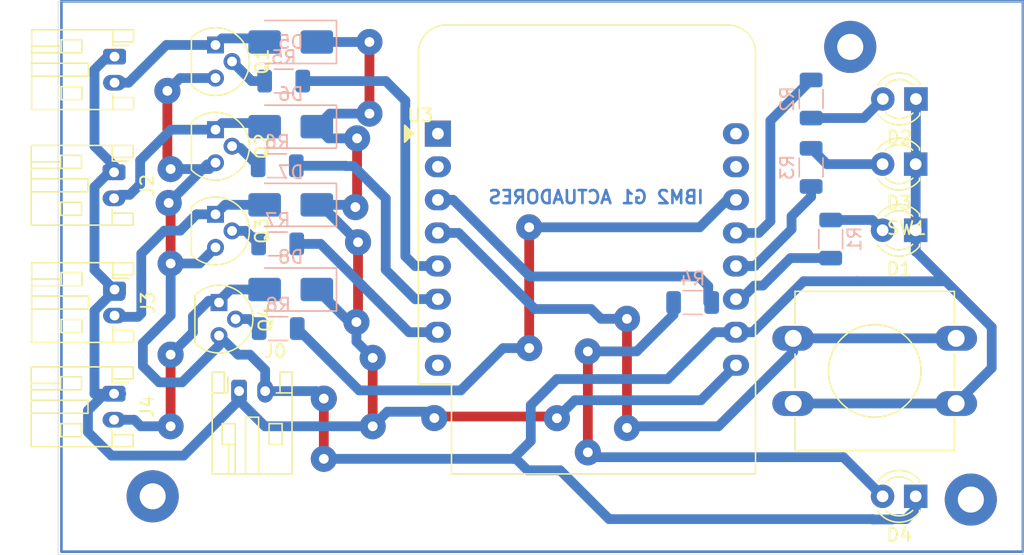
<source format=kicad_pcb>
(kicad_pcb (version 20241229) (generator "pcbnew") (generator_version "9.0")
  (title_block (title "Guante_Parkinson") (date "2025-08-28") (comment 1 "Fermani, Jazmin Azul") (comment 2 "Grosso, Olivia") (comment 3 "Sessarego Aurich, Alexa"))
  (layers (0 "F.Cu" signal) (2 "B.Cu" signal) (13 "F.Paste" user) (15 "B.Paste" user) (5 "F.SilkS" user "F.Silkscreen") (7 "B.SilkS" user "B.Silkscreen") (1 "F.Mask" user) (3 "B.Mask" user) (25 "Edge.Cuts" user))
  (net 0 "")
  (net 1 "/GND")
  (net 2 "Net-(D5-A)")
  (net 3 "/D0")
  (net 4 "/D1")
  (net 5 "/D2")
  (net 6 "/D6")
  (net 7 "/D7")
  (net 8 "Net-(D6-A)")
  (net 13 "/D4")
  (net 14 "/D8")
  (net 15 "Net-(Q1-B)")
  (net 16 "Net-(Q2-B)")
  (net 17 "Net-(Q3-B)")
  (net 18 "Net-(Q4-B)")
  (net 19 "/D5")
  (net 20 "/D3")
  (net 21 "Net-(D7-A)")
  (net 22 "Net-(D8-A)")
  (net 23 "Net-(D1-A)")
  (net 24 "Net-(D2-A)")
  (net 25 "Net-(D3-A)")
  (net 26 "Net-(D4-A)")
  (net 27 "/5V")
  (footprint "Package_TO_SOT_THT:TO-92" (layer "F.Cu") (at 127.0685 36.354 -90)
    (property "Reference" "Q3" (at 1.27 -3.56 270) (layer "F.SilkS"))
    (property "Value" "BC547")
    (pad "1" thru_hole rect (at 0 0 270) (size 1.3 1.3) (drill 0.75) (layers "*.Cu" "*.Mask") (net 21 "Net-(D7-A)"))
    (pad "2" thru_hole circle (at 1.27 -1.27 270) (size 1.3 1.3) (drill 0.75) (layers "*.Cu" "*.Mask") (net 17 "Net-(Q3-B)"))
    (pad "3" thru_hole circle (at 2.54 0 270) (size 1.3 1.3) (drill 0.75) (layers "*.Cu" "*.Mask") (net 1 "/GND"))
  )
  (footprint "Connector_JST:JST_PH_S2B-PH-K_1x02_P2.00mm_Horizontal" (layer "F.Cu") (at 128.876 49.924)
    (property "Reference" "J0" (at 2.764 -3.05 0) (layer "F.SilkS"))
    (property "Value" "5V")
    (pad "1" thru_hole roundrect (at 0 0) (size 1.2 1.75) (drill 0.75) (layers "*.Cu" "*.Mask") (roundrect_rratio 0.208333) (net 27 "/5V"))
    (pad "2" thru_hole oval (at 2 0) (size 1.2 1.75) (drill 0.75) (layers "*.Cu" "*.Mask") (net 1 "/GND"))
  )
  (footprint "Connector_JST:JST_PH_S2B-PH-K_1x02_P2.00mm_Horizontal" (layer "F.Cu") (at 119.2885 33.124 -90)
    (property "Reference" "J2" (at 1 -2.55 90) (layer "F.SilkS"))
    (property "Value" "Conn_01x02")
    (pad "1" thru_hole roundrect (at 0 0 270) (size 1.2 1.75) (drill 0.75) (layers "*.Cu" "*.Mask") (roundrect_rratio 0.208333) (net 27 "/5V"))
    (pad "2" thru_hole oval (at 2 0 270) (size 1.2 1.75) (drill 0.75) (layers "*.Cu" "*.Mask") (net 8 "Net-(D6-A)"))
  )
  (footprint "Button_Switch_THT:SW_PUSH-12mm" (layer "F.Cu") (at 171.376 45.874)
    (property "Reference" "SW1" (at 8.704 -8.459 0) (layer "F.SilkS"))
    (property "Value" "SW_Push")
    (pad "1" thru_hole oval (at 0 0) (size 3.2 1.9) (drill 1.3) (layers "*.Cu" "*.Mask") (net 19 "/D5"))
    (pad "1" thru_hole oval (at 12.5 0) (size 3.2 1.9) (drill 1.3) (layers "*.Cu" "*.Mask") (net 19 "/D5"))
    (pad "2" thru_hole oval (at 0 5) (size 3.2 1.9) (drill 1.3) (layers "*.Cu" "*.Mask") (net 1 "/GND"))
    (pad "2" thru_hole oval (at 12.5 5) (size 3.2 1.9) (drill 1.3) (layers "*.Cu" "*.Mask") (net 1 "/GND"))
  )
  (footprint "LED_THT:LED_D3.0mm" (layer "F.Cu") (at 180.77 58 180)
    (property "Reference" "D4" (at 1.27 -2.96 0) (layer "F.SilkS"))
    (property "Value" "LED_STATUS")
    (pad "1" thru_hole rect (at 0 0 180) (size 1.8 1.8) (drill 0.9) (layers "*.Cu" "*.Mask") (net 1 "/GND"))
    (pad "2" thru_hole circle (at 2.54 0 180) (size 1.8 1.8) (drill 0.9) (layers "*.Cu" "*.Mask") (net 26 "Net-(D4-A)"))
  )
  (footprint "LED_THT:LED_D3.0mm" (layer "F.Cu") (at 180.79 27.5 180)
    (property "Reference" "D2" (at 1.27 -2.96 0) (layer "F.SilkS"))
    (property "Value" "LED")
    (pad "1" thru_hole rect (at 0 0 180) (size 1.8 1.8) (drill 0.9) (layers "*.Cu" "*.Mask") (net 1 "/GND"))
    (pad "2" thru_hole circle (at 2.54 0 180) (size 1.8 1.8) (drill 0.9) (layers "*.Cu" "*.Mask") (net 24 "Net-(D2-A)"))
  )
  (footprint "Connector_JST:JST_PH_S2B-PH-K_1x02_P2.00mm_Horizontal" (layer "F.Cu") (at 119.326 42.124 -90)
    (property "Reference" "J3" (at 1 -2.55 90) (layer "F.SilkS"))
    (property "Value" "Conn_01x02")
    (pad "1" thru_hole roundrect (at 0 0 270) (size 1.2 1.75) (drill 0.75) (layers "*.Cu" "*.Mask") (roundrect_rratio 0.208333) (net 27 "/5V"))
    (pad "2" thru_hole oval (at 2 0 270) (size 1.2 1.75) (drill 0.75) (layers "*.Cu" "*.Mask") (net 21 "Net-(D7-A)"))
  )
  (footprint "LED_THT:LED_D3.0mm" (layer "F.Cu") (at 180.77 37.575 180)
    (property "Reference" "D1" (at 1.27 -2.96 0) (layer "F.SilkS"))
    (property "Value" "LED")
    (pad "1" thru_hole rect (at 0 0 180) (size 1.8 1.8) (drill 0.9) (layers "*.Cu" "*.Mask") (net 1 "/GND"))
    (pad "2" thru_hole circle (at 2.54 0 180) (size 1.8 1.8) (drill 0.9) (layers "*.Cu" "*.Mask") (net 23 "Net-(D1-A)"))
  )
  (footprint "Connector_JST:JST_PH_S2B-PH-K_1x02_P2.00mm_Horizontal" (layer "F.Cu") (at 119.326 24.25 -90)
    (property "Reference" "J1" (hide yes))
    (property "Value" "Conn_01x02")
    (pad "1" thru_hole roundrect (at 0 0 270) (size 1.2 1.75) (drill 0.75) (layers "*.Cu" "*.Mask") (roundrect_rratio 0.208333) (net 27 "/5V"))
    (pad "2" thru_hole oval (at 2 0 270) (size 1.2 1.75) (drill 0.75) (layers "*.Cu" "*.Mask") (net 2 "Net-(D5-A)"))
  )
  (footprint "Package_TO_SOT_THT:TO-92" (layer "F.Cu") (at 127.0685 29.854 -90)
    (property "Reference" "Q2" (at 1.27 -3.56 270) (layer "F.SilkS"))
    (property "Value" "BC547")
    (pad "1" thru_hole rect (at 0 0 270) (size 1.3 1.3) (drill 0.75) (layers "*.Cu" "*.Mask") (net 8 "Net-(D6-A)"))
    (pad "2" thru_hole circle (at 1.27 -1.27 270) (size 1.3 1.3) (drill 0.75) (layers "*.Cu" "*.Mask") (net 16 "Net-(Q2-B)"))
    (pad "3" thru_hole circle (at 2.54 0 270) (size 1.3 1.3) (drill 0.75) (layers "*.Cu" "*.Mask") (net 1 "/GND"))
  )
  (footprint "RF_Module:WEMOS_D1_mini_light" (layer "F.Cu") (at 144.126 30.1615)
    (property "Reference" "U3" (at -1.35 -1.4 0) (layer "F.SilkS"))
    (property "Value" "WEMOS_D1_mini")
    (pad "1" thru_hole rect (at 0 0) (size 2 2) (drill 0.9) (layers "*.Cu" "*.Mask"))
    (pad "2" thru_hole oval (at 0 2.54) (size 2 1.6) (drill 0.9) (layers "*.Cu" "*.Mask"))
    (pad "3" thru_hole oval (at 0 5.08) (size 2 1.6) (drill 0.9) (layers "*.Cu" "*.Mask") (net 3 "/D0"))
    (pad "4" thru_hole oval (at 0 7.62) (size 2 1.6) (drill 0.9) (layers "*.Cu" "*.Mask") (net 19 "/D5"))
    (pad "5" thru_hole oval (at 0 10.16) (size 2 1.6) (drill 0.9) (layers "*.Cu" "*.Mask") (net 6 "/D6"))
    (pad "6" thru_hole oval (at 0 12.7) (size 2 1.6) (drill 0.9) (layers "*.Cu" "*.Mask") (net 7 "/D7"))
    (pad "7" thru_hole oval (at 0 15.24) (size 2 1.6) (drill 0.9) (layers "*.Cu" "*.Mask") (net 14 "/D8"))
    (pad "8" thru_hole oval (at 0 17.78) (size 2 1.6) (drill 0.9) (layers "*.Cu" "*.Mask"))
    (pad "9" thru_hole oval (at 22.86 17.78) (size 2 1.6) (drill 0.9) (layers "*.Cu" "*.Mask") (net 27 "/5V"))
    (pad "10" thru_hole oval (at 22.86 15.24) (size 2 1.6) (drill 0.9) (layers "*.Cu" "*.Mask") (net 1 "/GND"))
    (pad "11" thru_hole oval (at 22.86 12.7) (size 2 1.6) (drill 0.9) (layers "*.Cu" "*.Mask") (net 13 "/D4"))
    (pad "12" thru_hole oval (at 22.86 10.16) (size 2 1.6) (drill 0.9) (layers "*.Cu" "*.Mask") (net 20 "/D3"))
    (pad "13" thru_hole oval (at 22.86 7.62) (size 2 1.6) (drill 0.9) (layers "*.Cu" "*.Mask") (net 5 "/D2"))
    (pad "14" thru_hole oval (at 22.86 5.08) (size 2 1.6) (drill 0.9) (layers "*.Cu" "*.Mask") (net 4 "/D1"))
    (pad "15" thru_hole oval (at 22.86 2.54) (size 2 1.6) (drill 0.9) (layers "*.Cu" "*.Mask"))
    (pad "16" thru_hole oval (at 22.86 0) (size 2 1.6) (drill 0.9) (layers "*.Cu" "*.Mask"))
  )
  (footprint "LED_THT:LED_D3.0mm" (layer "F.Cu") (at 180.77 32.5 180)
    (property "Reference" "D3" (at 1.27 -2.96 0) (layer "F.SilkS"))
    (property "Value" "LED")
    (pad "1" thru_hole rect (at 0 0 180) (size 1.8 1.8) (drill 0.9) (layers "*.Cu" "*.Mask") (net 1 "/GND"))
    (pad "2" thru_hole circle (at 2.54 0 180) (size 1.8 1.8) (drill 0.9) (layers "*.Cu" "*.Mask") (net 25 "Net-(D3-A)"))
  )
  (footprint "Package_TO_SOT_THT:TO-92" (layer "F.Cu") (at 127.3385 43.124 -90)
    (property "Reference" "Q4" (at 1.27 -3.56 270) (layer "F.SilkS"))
    (property "Value" "BC547")
    (pad "1" thru_hole rect (at 0 0 270) (size 1.3 1.3) (drill 0.75) (layers "*.Cu" "*.Mask") (net 22 "Net-(D8-A)"))
    (pad "2" thru_hole circle (at 1.27 -1.27 270) (size 1.3 1.3) (drill 0.75) (layers "*.Cu" "*.Mask") (net 18 "Net-(Q4-B)"))
    (pad "3" thru_hole circle (at 2.54 0 270) (size 1.3 1.3) (drill 0.75) (layers "*.Cu" "*.Mask") (net 1 "/GND"))
  )
  (footprint "Package_TO_SOT_THT:TO-92" (layer "F.Cu") (at 127.0685 23.354 -90)
    (property "Reference" "Q1" (at 1.27 -3.56 270) (layer "F.SilkS"))
    (property "Value" "BC547")
    (pad "1" thru_hole rect (at 0 0 270) (size 1.3 1.3) (drill 0.75) (layers "*.Cu" "*.Mask") (net 2 "Net-(D5-A)"))
    (pad "2" thru_hole circle (at 1.27 -1.27 270) (size 1.3 1.3) (drill 0.75) (layers "*.Cu" "*.Mask") (net 15 "Net-(Q1-B)"))
    (pad "3" thru_hole circle (at 2.54 0 270) (size 1.3 1.3) (drill 0.75) (layers "*.Cu" "*.Mask") (net 1 "/GND"))
  )
  (footprint "Connector_JST:JST_PH_S2B-PH-K_1x02_P2.00mm_Horizontal" (layer "F.Cu") (at 119.2885 50.124 -90)
    (property "Reference" "J4" (at 1 -2.55 90) (layer "F.SilkS"))
    (property "Value" "Conn_01x02")
    (pad "1" thru_hole roundrect (at 0 0 270) (size 1.2 1.75) (drill 0.75) (layers "*.Cu" "*.Mask") (roundrect_rratio 0.208333) (net 27 "/5V"))
    (pad "2" thru_hole oval (at 2 0 270) (size 1.2 1.75) (drill 0.75) (layers "*.Cu" "*.Mask") (net 22 "Net-(D8-A)"))
  )
  (footprint "Resistor_SMD:R_1206_3216Metric" (layer "B.Cu") (at 174.25 38.25 90)
    (property "Reference" "R1" (at 0 1.83 90) (layer "B.SilkS") (effects (justify mirror)))
    (property "Value" "R")
    (pad "1" smd roundrect (at -1.4625 0 90) (size 1.125 1.75) (layers "B.Cu" "B.Mask" "B.Paste") (roundrect_rratio 0.222222) (net 13 "/D4"))
    (pad "2" smd roundrect (at 1.4625 0 90) (size 1.125 1.75) (layers "B.Cu" "B.Mask" "B.Paste") (roundrect_rratio 0.222222) (net 23 "Net-(D1-A)"))
  )
  (footprint "Resistor_SMD:R_1206_3216Metric" (layer "B.Cu") (at 131.876 45.124 180)
    (property "Reference" "R8" (at 0 1.83 0) (layer "B.SilkS") (effects (justify mirror)))
    (property "Value" "R")
    (pad "1" smd roundrect (at -1.4625 0 180) (size 1.125 1.75) (layers "B.Cu" "B.Mask" "B.Paste") (roundrect_rratio 0.222222) (net 4 "/D1"))
    (pad "2" smd roundrect (at 1.4625 0 180) (size 1.125 1.75) (layers "B.Cu" "B.Mask" "B.Paste") (roundrect_rratio 0.222222) (net 18 "Net-(Q4-B)"))
  )
  (footprint "Resistor_SMD:R_1206_3216Metric" (layer "B.Cu") (at 131.801 32.624 180)
    (property "Reference" "R6" (at 0 1.83 0) (layer "B.SilkS") (effects (justify mirror)))
    (property "Value" "R")
    (pad "1" smd roundrect (at -1.4625 0 180) (size 1.125 1.75) (layers "B.Cu" "B.Mask" "B.Paste") (roundrect_rratio 0.222222) (net 7 "/D7"))
    (pad "2" smd roundrect (at 1.4625 0 180) (size 1.125 1.75) (layers "B.Cu" "B.Mask" "B.Paste") (roundrect_rratio 0.222222) (net 16 "Net-(Q2-B)"))
  )
  (footprint "Resistor_SMD:R_1206_3216Metric" (layer "B.Cu") (at 132.301 26.124 180)
    (property "Reference" "R5" (at 0 1.83 0) (layer "B.SilkS") (effects (justify mirror)))
    (property "Value" "R")
    (pad "1" smd roundrect (at -1.4625 0 180) (size 1.125 1.75) (layers "B.Cu" "B.Mask" "B.Paste") (roundrect_rratio 0.222222) (net 6 "/D6"))
    (pad "2" smd roundrect (at 1.4625 0 180) (size 1.125 1.75) (layers "B.Cu" "B.Mask" "B.Paste") (roundrect_rratio 0.222222) (net 15 "Net-(Q1-B)"))
  )
  (footprint "Resistor_SMD:R_1206_3216Metric" (layer "B.Cu") (at 172.75 27.5 -90)
    (property "Reference" "R2" (at 0 1.83 90) (layer "B.SilkS") (effects (justify mirror)))
    (property "Value" "R")
    (pad "1" smd roundrect (at -1.4625 0 270) (size 1.125 1.75) (layers "B.Cu" "B.Mask" "B.Paste") (roundrect_rratio 0.222222) (net 5 "/D2"))
    (pad "2" smd roundrect (at 1.4625 0 270) (size 1.125 1.75) (layers "B.Cu" "B.Mask" "B.Paste") (roundrect_rratio 0.222222) (net 24 "Net-(D2-A)"))
  )
  (footprint "Diode_SMD:D_SMA" (layer "B.Cu") (at 132.8385 29.624 180)
    (property "Reference" "D6" (at 0 2.5 0) (layer "B.SilkS") (effects (justify mirror)))
    (property "Value" "D")
    (pad "1" smd roundrect (at -2 0 180) (size 2.5 1.8) (layers "B.Cu" "B.Mask" "B.Paste") (roundrect_rratio 0.1388888889) (net 27 "/5V"))
    (pad "2" smd roundrect (at 2 0 180) (size 2.5 1.8) (layers "B.Cu" "B.Mask" "B.Paste") (roundrect_rratio 0.1388888889) (net 8 "Net-(D6-A)"))
  )
  (footprint "Diode_SMD:D_SMA" (layer "B.Cu") (at 132.8385 23.124 180)
    (property "Reference" "D5" (at 0 0 0) (layer "B.SilkS") (effects (justify mirror)))
    (property "Value" "D")
    (pad "1" smd roundrect (at -2 0 180) (size 2.5 1.8) (layers "B.Cu" "B.Mask" "B.Paste") (roundrect_rratio 0.1388888889) (net 27 "/5V"))
    (pad "2" smd roundrect (at 2 0 180) (size 2.5 1.8) (layers "B.Cu" "B.Mask" "B.Paste") (roundrect_rratio 0.1388888889) (net 2 "Net-(D5-A)"))
  )
  (footprint "Resistor_SMD:R_1206_3216Metric" (layer "B.Cu") (at 131.8385 38.624 180)
    (property "Reference" "R7" (at 0 1.83 0) (layer "B.SilkS") (effects (justify mirror)))
    (property "Value" "R")
    (pad "1" smd roundrect (at -1.4625 0 180) (size 1.125 1.75) (layers "B.Cu" "B.Mask" "B.Paste") (roundrect_rratio 0.222222) (net 14 "/D8"))
    (pad "2" smd roundrect (at 1.4625 0 180) (size 1.125 1.75) (layers "B.Cu" "B.Mask" "B.Paste") (roundrect_rratio 0.222222) (net 17 "Net-(Q3-B)"))
  )
  (footprint "Resistor_SMD:R_1206_3216Metric" (layer "B.Cu") (at 163.6635 43.124 180)
    (property "Reference" "R4" (at 0 1.83 0) (layer "B.SilkS") (effects (justify mirror)))
    (property "Value" "R")
    (pad "1" smd roundrect (at -1.4625 0 180) (size 1.125 1.75) (layers "B.Cu" "B.Mask" "B.Paste") (roundrect_rratio 0.222222) (net 3 "/D0"))
    (pad "2" smd roundrect (at 1.4625 0 180) (size 1.125 1.75) (layers "B.Cu" "B.Mask" "B.Paste") (roundrect_rratio 0.222222) (net 26 "Net-(D4-A)"))
  )
  (footprint "Diode_SMD:D_SMA" (layer "B.Cu") (at 132.8385 42.124 180)
    (property "Reference" "D8" (at 0 2.5 0) (layer "B.SilkS") (effects (justify mirror)))
    (property "Value" "D")
    (pad "1" smd roundrect (at -2 0 180) (size 2.5 1.8) (layers "B.Cu" "B.Mask" "B.Paste") (roundrect_rratio 0.1388888889) (net 27 "/5V"))
    (pad "2" smd roundrect (at 2 0 180) (size 2.5 1.8) (layers "B.Cu" "B.Mask" "B.Paste") (roundrect_rratio 0.1388888889) (net 22 "Net-(D8-A)"))
  )
  (footprint "Diode_SMD:D_SMA" (layer "B.Cu") (at 132.8385 35.624 180)
    (property "Reference" "D7" (at 0 2.5 0) (layer "B.SilkS") (effects (justify mirror)))
    (property "Value" "D")
    (pad "1" smd roundrect (at -2 0 180) (size 2.5 1.8) (layers "B.Cu" "B.Mask" "B.Paste") (roundrect_rratio 0.1388888889) (net 27 "/5V"))
    (pad "2" smd roundrect (at 2 0 180) (size 2.5 1.8) (layers "B.Cu" "B.Mask" "B.Paste") (roundrect_rratio 0.1388888889) (net 21 "Net-(D7-A)"))
  )
  (footprint "Resistor_SMD:R_1206_3216Metric" (layer "B.Cu") (at 172.75 32.75 -90)
    (property "Reference" "R3" (at 0 1.83 90) (layer "B.SilkS") (effects (justify mirror)))
    (property "Value" "R")
    (pad "1" smd roundrect (at -1.4625 0 270) (size 1.125 1.75) (layers "B.Cu" "B.Mask" "B.Paste") (roundrect_rratio 0.222222) (net 25 "Net-(D3-A)"))
    (pad "2" smd roundrect (at 1.4625 0 270) (size 1.125 1.75) (layers "B.Cu" "B.Mask" "B.Paste") (roundrect_rratio 0.222222) (net 20 "/D3"))
  )
  (gr_rect (start 115.25 20) (end 189 62.25) (stroke (width 0.2)) (fill no) (layer "B.Cu"))
  (gr_rect (start 115 20) (end 189 62.5) (stroke (width 0.05)) (fill no) (layer "Edge.Cuts"))
  (gr_text "IBM2 G1 ACTUADORES" (at 164.626 35.624 0) (layer "B.Cu") (effects (font (size 1 1) (thickness 0.2) (bold yes)) (justify left bottom mirror)))
  (via (at 175.75 23.5) (size 4) (drill 2) (layers "F.Cu" "B.Cu") (net 0))
  (via (at 185 58.25) (size 4) (drill 2) (layers "F.Cu" "B.Cu") (net 0))
  (via (at 122.25 58) (size 4) (drill 2) (layers "F.Cu" "B.Cu") (net 0))
  (segment (start 123.628602 39.965704) (end 123.626 39.963102) (width 0.75) (layer "F.Cu") (net 1))
  (segment (start 135.376 50.499) (end 135.376 55.124) (width 0.75) (layer "F.Cu") (net 1))
  (segment (start 123.626 39.963102) (end 123.626 35.624) (width 0.75) (layer "F.Cu") (net 1))
  (segment (start 123.376 26.874) (end 123.376 32.624) (width 0.75) (layer "F.Cu") (net 1))
  (segment (start 123.626 35.624) (end 123.479648 35.477648) (width 0.75) (layer "F.Cu") (net 1))
  (segment (start 123.628602 40.126602) (end 123.628602 39.965704) (width 0.75) (layer "F.Cu") (net 1))
  (segment (start 123.376 32.624) (end 123.628602 32.876602) (width 0.75) (layer "F.Cu") (net 1))
  (via (at 135.376 55.124) (size 2) (drill 0.75) (layers "F.Cu" "B.Cu") (net 1))
  (via (at 123.628602 40.126602) (size 2) (drill 0.75) (layers "F.Cu" "B.Cu") (net 1))
  (via (at 123.479648 35.477648) (size 2) (drill 0.75) (layers "F.Cu" "B.Cu") (net 1))
  (via (at 123.628602 32.876602) (size 2) (drill 0.75) (layers "F.Cu" "B.Cu") (net 1))
  (via (at 135.376 50.499) (size 2) (drill 0.75) (layers "F.Cu" "B.Cu") (net 1))
  (via (at 123.376 26.874) (size 2) (drill 0.75) (layers "F.Cu" "B.Cu") (net 1))
  (segment (start 127.4695 45.795) (end 127.3385 45.795) (width 0.75) (layer "B.Cu") (net 1))
  (segment (start 180.77 39.225) (end 180.77 37.575) (width 0.75) (layer "B.Cu") (net 1))
  (segment (start 180.77 37.575) (end 180.77 32.5) (width 0.75) (layer "B.Cu") (net 1))
  (segment (start 153.25 49) (end 161.75 49) (width 0.75) (layer "B.Cu") (net 1))
  (segment (start 151 56) (end 150.124 55.124) (width 0.75) (layer "B.Cu") (net 1))
  (segment (start 123.628602 32.876602) (end 126.585898 32.876602) (width 0.75) (layer "B.Cu") (net 1))
  (segment (start 180.812907 39.225) (end 183.079407 41.4915) (width 0.75) (layer "B.Cu") (net 1))
  (segment (start 125.835898 40.126602) (end 127.0685 38.894) (width 0.75) (layer "B.Cu") (net 1))
  (segment (start 127.0685 25.894) (end 124.356 25.894) (width 0.75) (layer "B.Cu") (net 1))
  (segment (start 166.986 45.4015) (end 168.262593 45.4015) (width 0.75) (layer "B.Cu") (net 1))
  (segment (start 123.479648 35.477648) (end 126.432296 32.525) (width 0.75) (layer "B.Cu") (net 1))
  (segment (start 123.628602 44.114779) (end 121.5 46.243381) (width 0.75) (layer "B.Cu") (net 1))
  (segment (start 122.745381 49.25) (end 124.506619 49.25) (width 0.75) (layer "B.Cu") (net 1))
  (segment (start 180.79 27.5) (end 180.79 32.48) (width 0.75) (layer "B.Cu") (net 1))
  (segment (start 165.3485 45.4015) (end 166.986 45.4015) (width 0.75) (layer "B.Cu") (net 1))
  (segment (start 180.77 39.225) (end 180.812907 39.225) (width 0.75) (layer "B.Cu") (net 1))
  (segment (start 161.75 49) (end 165.3485 45.4015) (width 0.75) (layer "B.Cu") (net 1))
  (segment (start 130.876 48.299) (end 130.876 49.924) (width 0.75) (layer "B.Cu") (net 1))
  (segment (start 186.602 45.014093) (end 186.602 48.148) (width 0.75) (layer "B.Cu") (net 1))
  (segment (start 126.585898 32.876602) (end 127.0685 32.394) (width 0.75) (layer "B.Cu") (net 1))
  (segment (start 177.494356 59.776) (end 177.468356 59.75) (width 0.75) (layer "B.Cu") (net 1))
  (segment (start 128.7995 47.125) (end 129.702 47.125) (width 0.75) (layer "B.Cu") (net 1))
  (segment (start 124.356 25.894) (end 123.376 26.874) (width 0.75) (layer "B.Cu") (net 1))
  (segment (start 183.079407 41.4915) (end 186.602 45.014093) (width 0.75) (layer "B.Cu") (net 1))
  (segment (start 180.79 32.48) (end 180.77 32.5) (width 0.75) (layer "B.Cu") (net 1))
  (segment (start 172.172593 41.4915) (end 176.2665 41.4915) (width 0.75) (layer "B.Cu") (net 1))
  (segment (start 150.124 55.124) (end 149.876 55.124) (width 0.75) (layer "B.Cu") (net 1))
  (segment (start 124.506619 49.25) (end 127.3385 46.418119) (width 0.75) (layer "B.Cu") (net 1))
  (segment (start 177.468356 59.75) (end 157.25 59.75) (width 0.75) (layer "B.Cu") (net 1))
  (segment (start 153.5 56) (end 151 56) (width 0.75) (layer "B.Cu") (net 1))
  (segment (start 128.7995 47.125) (end 127.4695 45.795) (width 0.75) (layer "B.Cu") (net 1))
  (segment (start 121.5 46.243381) (end 121.5 48.004619) (width 0.75) (layer "B.Cu") (net 1))
  (segment (start 151.25 53.75) (end 151.25 51) (width 0.75) (layer "B.Cu") (net 1))
  (segment (start 123.628602 40.126602) (end 125.835898 40.126602) (width 0.75) (layer "B.Cu") (net 1))
  (segment (start 151.25 51) (end 153.25 49) (width 0.75) (layer "B.Cu") (net 1))
  (segment (start 180.54 32.29) (end 180.5 32.25) (width 0.75) (layer "B.Cu") (net 1))
  (segment (start 168.262593 45.4015) (end 172.172593 41.4915) (width 0.75) (layer "B.Cu") (net 1))
  (segment (start 123.628602 40.126602) (end 123.628602 44.114779) (width 0.75) (layer "B.Cu") (net 1))
  (segment (start 176.2665 41.4915) (end 183.079407 41.4915) (width 0.75) (layer "B.Cu") (net 1))
  (segment (start 157.25 59.75) (end 153.5 56) (width 0.75) (layer "B.Cu") (net 1))
  (segment (start 178.991644 59.75) (end 178.965644 59.776) (width 0.75) (layer "B.Cu") (net 1))
  (segment (start 171.376 50.874) (end 183.876 50.874) (width 0.75) (layer "B.Cu") (net 1))
  (segment (start 129.702 47.125) (end 130.876 48.299) (width 0.75) (layer "B.Cu") (net 1))
  (segment (start 121.5 48.004619) (end 122.745381 49.25) (width 0.75) (layer "B.Cu") (net 1))
  (segment (start 186.602 48.148) (end 183.876 50.874) (width 0.75) (layer "B.Cu") (net 1))
  (segment (start 130.876 49.924) (end 134.801 49.924) (width 0.75) (layer "B.Cu") (net 1))
  (segment (start 127.3385 46.418119) (end 127.3385 45.795) (width 0.75) (layer "B.Cu") (net 1))
  (segment (start 134.801 49.924) (end 135.376 50.499) (width 0.75) (layer "B.Cu") (net 1))
  (segment (start 126.432296 32.525) (end 127.0685 32.525) (width 0.75) (layer "B.Cu") (net 1))
  (segment (start 180.77 59.004) (end 180.024 59.75) (width 0.75) (layer "B.Cu") (net 1))
  (segment (start 151.25 53.75) (end 149.876 55.124) (width 0.75) (layer "B.Cu") (net 1))
  (segment (start 180.024 59.75) (end 178.991644 59.75) (width 0.75) (layer "B.Cu") (net 1))
  (segment (start 178.965644 59.776) (end 177.494356 59.776) (width 0.75) (layer "B.Cu") (net 1))
  (segment (start 149.876 55.124) (end 135.376 55.124) (width 0.75) (layer "B.Cu") (net 1))
  (segment (start 180.77 58.25) (end 180.77 59.004) (width 0.75) (layer "B.Cu") (net 1))
  (segment (start 119.326 26.25) (end 120.401 26.25) (width 0.75) (layer "B.Cu") (net 2))
  (segment (start 120.401 26.25) (end 123.297 23.354) (width 0.75) (layer "B.Cu") (net 2))
  (segment (start 130.5625 22.848) (end 127.5745 22.848) (width 0.75) (layer "B.Cu") (net 2))
  (segment (start 130.8385 23.124) (end 130.5625 22.848) (width 0.75) (layer "B.Cu") (net 2))
  (segment (start 127.5745 22.848) (end 127.0685 23.354) (width 0.75) (layer "B.Cu") (net 2))
  (segment (start 123.297 23.354) (end 127.0685 23.354) (width 0.75) (layer "B.Cu") (net 2))
  (segment (start 144.126 35.2415) (end 145.300113 35.2415) (width 0.75) (layer "B.Cu") (net 3))
  (segment (start 164.86 41.858) (end 164.86 43.124) (width 0.75) (layer "B.Cu") (net 3))
  (segment (start 164.125 41.123) (end 164.86 41.858) (width 0.75) (layer "B.Cu") (net 3))
  (segment (start 151.181613 41.123) (end 164.125 41.123) (width 0.75) (layer "B.Cu") (net 3))
  (segment (start 145.300113 35.2415) (end 151.181613 41.123) (width 0.75) (layer "B.Cu") (net 3))
  (segment (start 151.126 46.624) (end 151.126 37.348078) (width 0.75) (layer "F.Cu") (net 4))
  (via (at 151.126 37.348078) (size 2) (drill 0.75) (layers "F.Cu" "B.Cu") (net 4))
  (via (at 151.126 46.624) (size 2) (drill 0.75) (layers "F.Cu" "B.Cu") (net 4))
  (segment (start 149.126 46.624) (end 151.126 46.624) (width 0.75) (layer "B.Cu") (net 4))
  (segment (start 167.422713 35.2415) (end 166.986 35.2415) (width 0.75) (layer "B.Cu") (net 4))
  (segment (start 133.3385 45.124) (end 138.082 49.8675) (width 0.75) (layer "B.Cu") (net 4))
  (segment (start 151.126 37.348078) (end 164.203732 37.348078) (width 0.75) (layer "B.Cu") (net 4))
  (segment (start 138.082 49.8675) (end 145.8825 49.8675) (width 0.75) (layer "B.Cu") (net 4))
  (segment (start 145.8825 49.8675) (end 149.126 46.624) (width 0.75) (layer "B.Cu") (net 4))
  (segment (start 166.31031 35.2415) (end 166.986 35.2415) (width 0.75) (layer "B.Cu") (net 4))
  (segment (start 164.203732 37.348078) (end 166.31031 35.2415) (width 0.75) (layer "B.Cu") (net 4))
  (segment (start 169.626 36.8915) (end 168.736 37.7815) (width 0.75) (layer "B.Cu") (net 5))
  (segment (start 168.736 37.7815) (end 166.986 37.7815) (width 0.75) (layer "B.Cu") (net 5))
  (segment (start 172.75 26.0375) (end 169.626 29.1615) (width 0.75) (layer "B.Cu") (net 5))
  (segment (start 169.626 29.1615) (end 169.626 36.8915) (width 0.75) (layer "B.Cu") (net 5))
  (segment (start 140.126 26.124) (end 141.626 27.624) (width 0.75) (layer "B.Cu") (net 6))
  (segment (start 141.626 27.624) (end 141.626 39.5715) (width 0.75) (layer "B.Cu") (net 6))
  (segment (start 141.626 39.5715) (end 142.376 40.3215) (width 0.75) (layer "B.Cu") (net 6))
  (segment (start 142.376 40.3215) (end 144.126 40.3215) (width 0.75) (layer "B.Cu") (net 6))
  (segment (start 133.7635 26.124) (end 140.126 26.124) (width 0.75) (layer "B.Cu") (net 6))
  (segment (start 137.023554 32.624) (end 137.046079 32.646525) (width 0.75) (layer "B.Cu") (net 7))
  (segment (start 139.625 34.624) (end 140.125 35.124) (width 0.75) (layer "B.Cu") (net 7))
  (segment (start 140.125 40.6105) (end 142.376 42.8615) (width 0.75) (layer "B.Cu") (net 7))
  (segment (start 142.376 42.8615) (end 144.126 42.8615) (width 0.75) (layer "B.Cu") (net 7))
  (segment (start 140.125 35.124) (end 140.125 40.6105) (width 0.75) (layer "B.Cu") (net 7))
  (segment (start 137.647525 32.646525) (end 139.625 34.624) (width 0.75) (layer "B.Cu") (net 7))
  (segment (start 133.2635 32.624) (end 137.023554 32.624) (width 0.75) (layer "B.Cu") (net 7))
  (segment (start 139.625 34.623) (end 139.625 34.624) (width 0.75) (layer "B.Cu") (net 7))
  (segment (start 137.046079 32.646525) (end 137.647525 32.646525) (width 0.75) (layer "B.Cu") (net 7))
  (segment (start 121.2895 32.2105) (end 123.646 29.854) (width 0.75) (layer "B.Cu") (net 8))
  (segment (start 130.8385 29.624) (end 130.5625 29.348) (width 0.75) (layer "B.Cu") (net 8))
  (segment (start 120.490384 34.85) (end 121.2895 34.050884) (width 0.75) (layer "B.Cu") (net 8))
  (segment (start 121.2895 34.050884) (end 121.2895 32.2105) (width 0.75) (layer "B.Cu") (net 8))
  (segment (start 127.5745 29.348) (end 127.0685 29.854) (width 0.75) (layer "B.Cu") (net 8))
  (segment (start 130.5625 29.348) (end 127.5745 29.348) (width 0.75) (layer "B.Cu") (net 8))
  (segment (start 119.7885 34.85) (end 120.490384 34.85) (width 0.75) (layer "B.Cu") (net 8))
  (segment (start 119.7885 35.124) (end 119.7885 34.85) (width 0.75) (layer "B.Cu") (net 8))
  (segment (start 123.646 29.854) (end 127.0685 29.854) (width 0.75) (layer "B.Cu") (net 8))
  (segment (start 169.050234 41.8225) (end 168.408775 41.8225) (width 0.75) (layer "B.Cu") (net 13))
  (segment (start 167.369775 42.8615) (end 168.408775 41.8225) (width 0.75) (layer "B.Cu") (net 13))
  (segment (start 169.050234 41.8225) (end 171.160234 39.7125) (width 0.75) (layer "B.Cu") (net 13))
  (segment (start 166.986 42.8615) (end 167.369775 42.8615) (width 0.75) (layer "B.Cu") (net 13))
  (segment (start 171.160234 39.7125) (end 174.25 39.7125) (width 0.75) (layer "B.Cu") (net 13))
  (segment (start 143.941 45.5865) (end 144.126 45.4015) (width 0.75) (layer "B.Cu") (net 14))
  (segment (start 135.126 38.624) (end 141.9035 45.4015) (width 0.75) (layer "B.Cu") (net 14))
  (segment (start 133.301 38.624) (end 135.126 38.624) (width 0.75) (layer "B.Cu") (net 14))
  (segment (start 144.126 45.4015) (end 143.8485 45.124) (width 0.75) (layer "B.Cu") (net 14))
  (segment (start 141.9035 45.4015) (end 144.126 45.4015) (width 0.75) (layer "B.Cu") (net 14))
  (segment (start 130.8385 26.124) (end 129.8385 26.124) (width 0.75) (layer "B.Cu") (net 15))
  (segment (start 128.3385 24.624) (end 129.8385 26.124) (width 0.75) (layer "B.Cu") (net 15))
  (segment (start 128.9695 31.255) (end 128.135813 31.255) (width 0.75) (layer "B.Cu") (net 16))
  (segment (start 130.3385 32.624) (end 128.9695 31.255) (width 0.75) (layer "B.Cu") (net 16))
  (segment (start 130.3385 32.624) (end 130.235616 32.624) (width 0.75) (layer "B.Cu") (net 16))
  (segment (start 129.376 37.624) (end 130.376 38.624) (width 0.75) (layer "B.Cu") (net 17))
  (segment (start 128.494 37.624) (end 128.5 37.63) (width 0.2) (layer "B.Cu") (net 17))
  (segment (start 128.3385 37.624) (end 129.376 37.624) (width 0.75) (layer "B.Cu") (net 17))
  (segment (start 128.6085 44.394) (end 129.6835 44.394) (width 0.75) (layer "B.Cu") (net 18))
  (segment (start 129.6835 44.394) (end 130.4135 45.124) (width 0.75) (layer "B.Cu") (net 18))
  (segment (start 128.274813 44.394) (end 128.405813 44.525) (width 0.3) (layer "B.Cu") (net 18))
  (segment (start 158.626 52.749) (end 158.626 44.374) (width 0.75) (layer "F.Cu") (net 19))
  (via (at 158.626 52.749) (size 2) (drill 0.75) (layers "F.Cu" "B.Cu") (net 19))
  (via (at 158.626 44.374) (size 2) (drill 0.75) (layers "F.Cu" "B.Cu") (net 19))
  (segment (start 171.376 46.890669) (end 165.642669 52.624) (width 0.75) (layer "B.Cu") (net 19))
  (segment (start 158.626 44.374) (end 156.628 44.374) (width 0.75) (layer "B.Cu") (net 19))
  (segment (start 145.717379 37.7815) (end 144.126 37.7815) (width 0.75) (layer "B.Cu") (net 19))
  (segment (start 171.376 45.874) (end 183.876 45.874) (width 0.75) (layer "B.Cu") (net 19))
  (segment (start 143.9685 37.624) (end 144.126 37.7815) (width 0.75) (layer "B.Cu") (net 19))
  (segment (start 151.559879 43.624) (end 145.717379 37.7815) (width 0.75) (layer "B.Cu") (net 19))
  (segment (start 156.628 44.374) (end 155.878 43.624) (width 0.75) (layer "B.Cu") (net 19))
  (segment (start 158.751 52.624) (end 165.642669 52.624) (width 0.75) (layer "B.Cu") (net 19))
  (segment (start 158.626 52.749) (end 158.751 52.624) (width 0.75) (layer "B.Cu") (net 19))
  (segment (start 155.878 43.624) (end 151.559879 43.624) (width 0.75) (layer "B.Cu") (net 19))
  (segment (start 171.376 45.874) (end 171.376 46.890669) (width 0.75) (layer "B.Cu") (net 19))
  (segment (start 171.25 37.5) (end 171.25 36.5) (width 0.75) (layer "B.Cu") (net 20))
  (segment (start 172.75 35) (end 172.75 34.2125) (width 0.75) (layer "B.Cu") (net 20))
  (segment (start 168.4285 40.3215) (end 171.25 37.5) (width 0.75) (layer "B.Cu") (net 20))
  (segment (start 166.986 40.3215) (end 167.326 40.6615) (width 0.75) (layer "B.Cu") (net 20))
  (segment (start 171.25 36.5) (end 172.75 35) (width 0.75) (layer "B.Cu") (net 20))
  (segment (start 166.986 40.3215) (end 168.4285 40.3215) (width 0.75) (layer "B.Cu") (net 20))
  (segment (start 168.318734 40.3215) (end 166.986 40.3215) (width 0.75) (layer "B.Cu") (net 20))
  (segment (start 121.376 39.374) (end 123.146352 37.603648) (width 0.75) (layer "B.Cu") (net 21))
  (segment (start 130.8385 35.624) (end 127.7985 35.624) (width 0.75) (layer "B.Cu") (net 21))
  (segment (start 121.376 41.283616) (end 121.376 39.374) (width 0.75) (layer "B.Cu") (net 21))
  (segment (start 121.376 43.964384) (end 121.376 41.283616) (width 0.75) (layer "B.Cu") (net 21))
  (segment (start 124.360267 37.603648) (end 125.605648 36.358267) (width 0.75) (layer "B.Cu") (net 21))
  (segment (start 119.437367 44.222867) (end 121.117517 44.222867) (width 0.75) (layer "B.Cu") (net 21))
  (segment (start 125.605648 36.358267) (end 125.605648 36.354) (width 0.75) (layer "B.Cu") (net 21))
  (segment (start 125.605648 36.354) (end 127.0685 36.354) (width 0.75) (layer "B.Cu") (net 21))
  (segment (start 121.117517 44.222867) (end 121.376 43.964384) (width 0.75) (layer "B.Cu") (net 21))
  (segment (start 123.146352 37.603648) (end 124.360267 37.603648) (width 0.75) (layer "B.Cu") (net 21))
  (segment (start 127.7985 35.624) (end 127.0685 36.354) (width 0.75) (layer "B.Cu") (net 21))
  (segment (start 123.626 47.124) (end 123.626 52.624) (width 0.75) (layer "F.Cu") (net 22))
  (via (at 123.626 52.624) (size 2) (drill 0.75) (layers "F.Cu" "B.Cu") (net 22))
  (via (at 123.626 47.124) (size 2) (drill 0.75) (layers "F.Cu" "B.Cu") (net 22))
  (segment (start 128.2075 42.124) (end 127.3385 42.993) (width 0.75) (layer "B.Cu") (net 22))
  (segment (start 119.8385 52.124) (end 120.8385 52.124) (width 0.75) (layer "B.Cu") (net 22))
  (segment (start 123.626 47.124) (end 125.3385 45.4115) (width 0.75) (layer "B.Cu") (net 22))
  (segment (start 121.3385 52.624) (end 120.8385 52.124) (width 0.75) (layer "B.Cu") (net 22))
  (segment (start 125.3385 45.4115) (end 125.3385 44.187687) (width 0.75) (layer "B.Cu") (net 22))
  (segment (start 125.3385 44.187687) (end 126.533187 42.993) (width 0.75) (layer "B.Cu") (net 22))
  (segment (start 130.8385 42.124) (end 128.2075 42.124) (width 0.75) (layer "B.Cu") (net 22))
  (segment (start 126.533187 42.993) (end 127.3385 42.993) (width 0.75) (layer "B.Cu") (net 22))
  (segment (start 123.626 52.624) (end 121.3385 52.624) (width 0.75) (layer "B.Cu") (net 22))
  (segment (start 177.4425 36.7875) (end 178.23 37.575) (width 0.75) (layer "B.Cu") (net 23))
  (segment (start 174.25 36.7875) (end 177.4425 36.7875) (width 0.75) (layer "B.Cu") (net 23))
  (segment (start 176.7875 28.9625) (end 178.25 27.5) (width 0.75) (layer "B.Cu") (net 24))
  (segment (start 172.75 28.9625) (end 176.7875 28.9625) (width 0.75) (layer "B.Cu") (net 24))
  (segment (start 173.9625 32.5) (end 178.23 32.5) (width 0.75) (layer "B.Cu") (net 25))
  (segment (start 172.75 31.2875) (end 173.9625 32.5) (width 0.75) (layer "B.Cu") (net 25))
  (segment (start 155.626 46.875) (end 155.626 54.624) (width 0.75) (layer "F.Cu") (net 26))
  (via (at 155.626 54.624) (size 2) (drill 0.75) (layers "F.Cu" "B.Cu") (net 26))
  (via (at 155.626 46.875) (size 2) (drill 0.75) (layers "F.Cu" "B.Cu") (net 26))
  (segment (start 175.228 54.998) (end 178.23 58) (width 0.75) (layer "B.Cu") (net 26))
  (segment (start 156 54.998) (end 175.228 54.998) (width 0.75) (layer "B.Cu") (net 26))
  (segment (start 162.201 43.124) (end 162.201 44.049) (width 0.75) (layer "B.Cu") (net 26))
  (segment (start 155.626 54.624) (end 156 54.998) (width 0.75) (layer "B.Cu") (net 26))
  (segment (start 159.375 46.875) (end 155.626 46.875) (width 0.75) (layer "B.Cu") (net 26))
  (segment (start 162.201 44.049) (end 159.375 46.875) (width 0.75) (layer "B.Cu") (net 26))
  (segment (start 143.970891 51.874) (end 143.852391 51.9925) (width 0.75) (layer "F.Cu") (net 27))
  (segment (start 138.876 23.124) (end 138.876 28.624) (width 0.75) (layer "F.Cu") (net 27))
  (segment (start 152.689654 51.874) (end 143.970891 51.874) (width 0.75) (layer "F.Cu") (net 27))
  (segment (start 137.829166 35.798038) (end 137.926698 35.700506) (width 0.75) (layer "F.Cu") (net 27))
  (segment (start 137.926698 35.700506) (end 137.926698 30.520525) (width 0.75) (layer "F.Cu") (net 27))
  (segment (start 137.793834 35.798038) (end 137.829166 35.798038) (width 0.75) (layer "F.Cu") (net 27))
  (segment (start 152.817256 52.001602) (end 152.689654 51.874) (width 0.75) (layer "F.Cu") (net 27))
  (segment (start 153.253602 52.001602) (end 152.817256 52.001602) (width 0.75) (layer "F.Cu") (net 27))
  (segment (start 138 38.492797) (end 138 44.5) (width 0.75) (layer "F.Cu") (net 27))
  (segment (start 138 44.5) (end 137.876 44.624) (width 0.75) (layer "F.Cu") (net 27))
  (segment (start 139.126 47.374) (end 139.126 52.624) (width 0.75) (layer "F.Cu") (net 27))
  (via (at 137.793834 35.798038) (size 2) (drill 0.75) (layers "F.Cu" "B.Cu") (net 27))
  (via (at 153.253602 52.001602) (size 2) (drill 0.75) (layers "F.Cu" "B.Cu") (net 27))
  (via (at 138.876 23.124) (size 2) (drill 0.75) (layers "F.Cu" "B.Cu") (net 27))
  (via (at 138 38.492797) (size 2) (drill 0.75) (layers "F.Cu" "B.Cu") (net 27))
  (via (at 137.926698 30.520525) (size 2) (drill 0.75) (layers "F.Cu" "B.Cu") (net 27))
  (via (at 139.126 52.624) (size 2) (drill 0.75) (layers "F.Cu" "B.Cu") (net 27))
  (via (at 139.126 47.374) (size 2) (drill 0.75) (layers "F.Cu" "B.Cu") (net 27))
  (via (at 143.852391 51.9925) (size 2) (drill 0.75) (layers "F.Cu" "B.Cu") (net 27))
  (via (at 138.876 28.624) (size 2) (drill 0.75) (layers "F.Cu" "B.Cu") (net 27))
  (via (at 137.876 44.624) (size 2) (drill 0.75) (layers "F.Cu" "B.Cu") (net 27))
  (segment (start 153.253602 52.001602) (end 154.631204 50.624) (width 0.75) (layer "B.Cu") (net 27))
  (segment (start 117.7875 50.123) (end 117.7875 43.75) (width 0.75) (layer "B.Cu") (net 27))
  (segment (start 134.8385 29.624) (end 134.8385 29.898381) (width 0.75) (layer "B.Cu") (net 27))
  (segment (start 135.8385 28.624) (end 134.8385 29.624) (width 0.75) (layer "B.Cu") (net 27))
  (segment (start 137.926698 30.520525) (end 135.735025 30.520525) (width 0.75) (layer "B.Cu") (net 27))
  (segment (start 128.876 49.924) (end 128.876 50.639933) (width 0.75) (layer "B.Cu") (net 27))
  (segment (start 134.8385 35.624) (end 137.619796 35.624) (width 0.75) (layer "B.Cu") (net 27))
  (segment (start 117.7875 34.25) (end 118.9135 33.124) (width 0.75) (layer "B.Cu") (net 27))
  (segment (start 138.876 28.624) (end 135.8385 28.624) (width 0.75) (layer "B.Cu") (net 27))
  (segment (start 130.860067 52.624) (end 139.126 52.624) (width 0.75) (layer "B.Cu") (net 27))
  (segment (start 119.8385 50.124) (end 117.7885 50.124) (width 0.75) (layer "B.Cu") (net 27))
  (segment (start 118.9135 33.124) (end 119.7885 33.124) (width 0.75) (layer "B.Cu") (net 27))
  (segment (start 117.7885 50.124) (end 117.7875 50.123) (width 0.75) (layer "B.Cu") (net 27))
  (segment (start 140.243671 51.506329) (end 139.126 52.624) (width 0.75) (layer "B.Cu") (net 27))
  (segment (start 137.876 44.624) (end 137.3385 44.624) (width 0.75) (layer "B.Cu") (net 27))
  (segment (start 137.876 44.624) (end 137.876 46.124) (width 0.75) (layer "B.Cu") (net 27))
  (segment (start 119.0885 54.874) (end 124.626 54.874) (width 0.75) (layer "B.Cu") (net 27))
  (segment (start 134.8385 23.124) (end 138.876 23.124) (width 0.75) (layer "B.Cu") (net 27))
  (segment (start 124.626 54.874) (end 128.876 50.624) (width 0.75) (layer "B.Cu") (net 27))
  (segment (start 137.3385 44.624) (end 134.8385 42.124) (width 0.75) (layer "B.Cu") (net 27))
  (segment (start 119.7885 42.624) (end 117.7875 40.623) (width 0.75) (layer "B.Cu") (net 27))
  (segment (start 118.572567 50.124) (end 117.2875 51.409067) (width 0.75) (layer "B.Cu") (net 27))
  (segment (start 119.2885 50.124) (end 118.572567 50.124) (width 0.75) (layer "B.Cu") (net 27))
  (segment (start 154.631204 50.624) (end 164.3035 50.624) (width 0.75) (layer "B.Cu") (net 27))
  (segment (start 138.514494 30.520525) (end 137.926698 30.520525) (width 0.75) (layer "B.Cu") (net 27))
  (segment (start 117.2875 51.409067) (end 117.2875 53.073) (width 0.75) (layer "B.Cu") (net 27))
  (segment (start 135.735025 30.520525) (end 134.8385 29.624) (width 0.75) (layer "B.Cu") (net 27))
  (segment (start 118.9135 24.124) (end 119.7885 24.124) (width 0.75) (layer "B.Cu") (net 27))
  (segment (start 143.852391 51.9925) (end 143.36622 51.506329) (width 0.75) (layer "B.Cu") (net 27))
  (segment (start 164.3035 50.624) (end 166.986 47.9415) (width 0.75) (layer "B.Cu") (net 27))
  (segment (start 119.7885 33.124) (end 117.7875 31.123) (width 0.75) (layer "B.Cu") (net 27))
  (segment (start 117.7875 25.25) (end 118.9135 24.124) (width 0.75) (layer "B.Cu") (net 27))
  (segment (start 143.36622 51.506329) (end 140.243671 51.506329) (width 0.75) (layer "B.Cu") (net 27))
  (segment (start 118.9135 42.624) (end 119.7885 42.624) (width 0.75) (layer "B.Cu") (net 27))
  (segment (start 128.876 50.624) (end 128.876 49.924) (width 0.75) (layer "B.Cu") (net 27))
  (segment (start 117.7875 43.75) (end 118.9135 42.624) (width 0.75) (layer "B.Cu") (net 27))
  (segment (start 117.7875 31.123) (end 117.7875 25.25) (width 0.75) (layer "B.Cu") (net 27))
  (segment (start 135.131203 35.624) (end 138 38.492797) (width 0.75) (layer "B.Cu") (net 27))
  (segment (start 117.7875 40.623) (end 117.7875 34.25) (width 0.75) (layer "B.Cu") (net 27))
  (segment (start 117.2875 53.073) (end 119.0885 54.874) (width 0.75) (layer "B.Cu") (net 27))
  (segment (start 128.876 50.639933) (end 130.860067 52.624) (width 0.75) (layer "B.Cu") (net 27))
  (segment (start 134.8385 35.624) (end 135.131203 35.624) (width 0.75) (layer "B.Cu") (net 27))
  (segment (start 137.619796 35.624) (end 137.793834 35.798038) (width 0.75) (layer "B.Cu") (net 27))
  (segment (start 137.876 46.124) (end 139.126 47.374) (width 0.75) (layer "B.Cu") (net 27))
)
</source>
